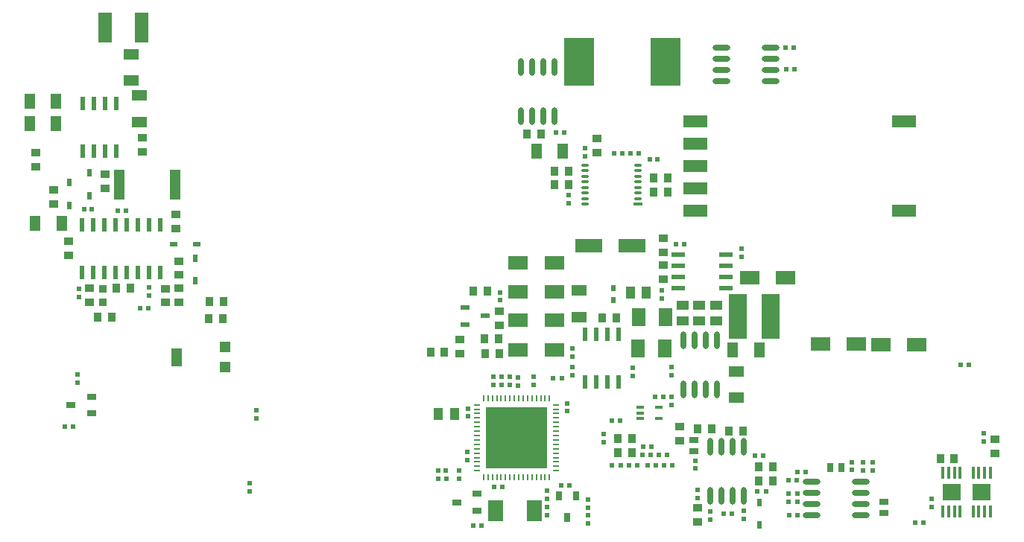
<source format=gtp>
G04 Layer_Color=8421504*
%FSLAX25Y25*%
%MOIN*%
G70*
G01*
G75*
%ADD10R,0.02441X0.02284*%
%ADD11R,0.02284X0.02441*%
%ADD12R,0.05118X0.07874*%
%ADD13R,0.05118X0.05118*%
%ADD14R,0.03740X0.03740*%
%ADD16R,0.04134X0.02559*%
%ADD17R,0.03543X0.03937*%
%ADD18R,0.03937X0.03543*%
%ADD19R,0.02441X0.02441*%
%ADD20R,0.04528X0.07087*%
%ADD21R,0.07087X0.04528*%
%ADD22R,0.04016X0.03150*%
%ADD23R,0.03740X0.03937*%
%ADD24R,0.04134X0.05512*%
%ADD25R,0.08661X0.06102*%
%ADD26R,0.27756X0.27756*%
%ADD27O,0.03150X0.00906*%
%ADD28O,0.00906X0.03150*%
%ADD29R,0.06102X0.02362*%
%ADD30R,0.05905X0.08071*%
%ADD31R,0.02441X0.02441*%
%ADD32R,0.12402X0.06299*%
%ADD33O,0.08000X0.02400*%
%ADD35R,0.05905X0.13780*%
%ADD36R,0.03937X0.03740*%
%ADD37R,0.01968X0.03543*%
%ADD38R,0.02362X0.06102*%
%ADD39R,0.04134X0.02362*%
%ADD40R,0.02441X0.02362*%
%ADD41R,0.01772X0.05512*%
%ADD42R,0.07874X0.07283*%
%ADD43R,0.03150X0.04016*%
%ADD44O,0.02400X0.08000*%
%ADD45R,0.10827X0.05512*%
%ADD46R,0.05118X0.13780*%
%ADD47R,0.13780X0.21260*%
%ADD48R,0.05512X0.04134*%
%ADD49R,0.02559X0.04134*%
%ADD50R,0.06693X0.09449*%
%ADD51R,0.08465X0.20276*%
%ADD52O,0.03937X0.01181*%
%ADD53R,0.03937X0.01181*%
%ADD54R,0.03543X0.01968*%
%ADD55R,0.01968X0.02953*%
%ADD56R,0.03543X0.01575*%
%ADD57R,0.07087X0.04528*%
D10*
X198000Y54250D02*
D03*
Y57950D02*
D03*
X25900Y97850D02*
D03*
Y94150D02*
D03*
X229300Y32400D02*
D03*
Y28699D02*
D03*
X215300Y66800D02*
D03*
Y70501D02*
D03*
X70900Y10150D02*
D03*
Y6450D02*
D03*
X315800Y5550D02*
D03*
Y1850D02*
D03*
X311800Y1999D02*
D03*
Y5700D02*
D03*
X164443Y12146D02*
D03*
Y15846D02*
D03*
X74000Y39299D02*
D03*
Y43000D02*
D03*
X190900Y53950D02*
D03*
Y57650D02*
D03*
X187300Y54100D02*
D03*
Y57801D02*
D03*
X183600Y54100D02*
D03*
Y57801D02*
D03*
X179900Y54100D02*
D03*
Y57801D02*
D03*
X349700Y15950D02*
D03*
Y19650D02*
D03*
X213500Y135550D02*
D03*
Y139250D02*
D03*
X276900Y-6001D02*
D03*
Y-2300D02*
D03*
X271200Y7250D02*
D03*
Y3550D02*
D03*
X220900Y160350D02*
D03*
Y156650D02*
D03*
X255300Y96650D02*
D03*
Y92950D02*
D03*
X215300Y58450D02*
D03*
Y62150D02*
D03*
X399300Y28850D02*
D03*
Y32550D02*
D03*
X376000Y-301D02*
D03*
Y3400D02*
D03*
D11*
X210450Y57200D02*
D03*
X206750D02*
D03*
X25750Y88600D02*
D03*
X22050D02*
D03*
X392550Y63200D02*
D03*
X388850D02*
D03*
X255917Y48959D02*
D03*
X252216D02*
D03*
X208050Y167400D02*
D03*
X211750D02*
D03*
X310700Y205300D02*
D03*
X314401D02*
D03*
X311050Y195600D02*
D03*
X314750D02*
D03*
X237650Y158000D02*
D03*
X233950D02*
D03*
X241400Y157900D02*
D03*
X245101D02*
D03*
X298099Y6500D02*
D03*
X301800D02*
D03*
X319700Y15200D02*
D03*
X315999D02*
D03*
X315750Y11500D02*
D03*
X312050D02*
D03*
X253800Y22800D02*
D03*
X257501D02*
D03*
X232800Y38300D02*
D03*
X236501D02*
D03*
X240699Y18300D02*
D03*
X244400D02*
D03*
X259900Y18100D02*
D03*
X256199D02*
D03*
X252550Y18200D02*
D03*
X248850D02*
D03*
X236800Y18400D02*
D03*
X233099D02*
D03*
X-11811Y35433D02*
D03*
X-8110D02*
D03*
X372400Y-7400D02*
D03*
X368699D02*
D03*
X250400Y22900D02*
D03*
X246699D02*
D03*
X250500Y26700D02*
D03*
X246799D02*
D03*
X282984Y-3470D02*
D03*
X286685D02*
D03*
X300750Y22600D02*
D03*
X297050D02*
D03*
X261550Y117400D02*
D03*
X265250D02*
D03*
X158900Y12100D02*
D03*
X155199D02*
D03*
D12*
X38173Y66700D02*
D03*
D13*
X59827Y71228D02*
D03*
Y62172D02*
D03*
D14*
X5300Y91298D02*
D03*
Y97203D02*
D03*
D16*
X-8929Y45216D02*
D03*
X126Y48956D02*
D03*
Y41476D02*
D03*
X172628Y-2040D02*
D03*
Y5440D02*
D03*
X163572Y1700D02*
D03*
D17*
X207350Y150000D02*
D03*
X213650D02*
D03*
X176150Y68100D02*
D03*
X182450D02*
D03*
X271350Y34700D02*
D03*
X277650D02*
D03*
X59399Y91600D02*
D03*
X53100D02*
D03*
X176050Y75000D02*
D03*
X182350D02*
D03*
X304999Y17500D02*
D03*
X298700D02*
D03*
X151801Y69000D02*
D03*
X158100D02*
D03*
X177400Y96200D02*
D03*
X171101D02*
D03*
X17592Y97625D02*
D03*
X11293D02*
D03*
X9250Y84700D02*
D03*
X2950D02*
D03*
D18*
X39200Y109750D02*
D03*
Y103450D02*
D03*
X33200Y91100D02*
D03*
Y97399D02*
D03*
X-10000Y112200D02*
D03*
Y118499D02*
D03*
X23000Y165050D02*
D03*
Y158750D02*
D03*
X164800Y74550D02*
D03*
Y68250D02*
D03*
X-24816Y151981D02*
D03*
Y158280D02*
D03*
X37800Y130599D02*
D03*
Y124300D02*
D03*
X6200Y142250D02*
D03*
Y148550D02*
D03*
X-16700Y135150D02*
D03*
Y141450D02*
D03*
X255900Y107950D02*
D03*
Y101650D02*
D03*
D19*
X203900Y3328D02*
D03*
Y6872D02*
D03*
X290900Y115243D02*
D03*
Y111700D02*
D03*
X270300Y16828D02*
D03*
Y20372D02*
D03*
X259700Y62243D02*
D03*
Y58700D02*
D03*
X340400Y19672D02*
D03*
Y16128D02*
D03*
X345200Y19572D02*
D03*
Y16028D02*
D03*
X203800Y-428D02*
D03*
Y-3972D02*
D03*
X-5500Y97272D02*
D03*
Y93728D02*
D03*
X259500Y48872D02*
D03*
Y45328D02*
D03*
X212900Y45972D02*
D03*
Y42428D02*
D03*
X168500Y40128D02*
D03*
Y43672D02*
D03*
X168300Y20728D02*
D03*
Y24272D02*
D03*
X182900Y95743D02*
D03*
Y92200D02*
D03*
X242200Y58228D02*
D03*
Y61772D02*
D03*
X-5906Y55315D02*
D03*
Y58858D02*
D03*
X222400Y-7772D02*
D03*
Y-4228D02*
D03*
X291900Y-5600D02*
D03*
Y-2057D02*
D03*
D20*
X-13100Y126600D02*
D03*
X-24911D02*
D03*
X287094Y69800D02*
D03*
X298905D02*
D03*
X-15748Y171260D02*
D03*
X-27559D02*
D03*
X211005Y158800D02*
D03*
X199195D02*
D03*
X-15748Y181102D02*
D03*
X-27559D02*
D03*
D21*
X218400Y84700D02*
D03*
Y96511D02*
D03*
X288600Y60300D02*
D03*
Y48489D02*
D03*
D22*
X354600Y2018D02*
D03*
Y-3100D02*
D03*
X269500Y24582D02*
D03*
Y29700D02*
D03*
D23*
X228650Y84400D02*
D03*
X234950D02*
D03*
X207350Y144000D02*
D03*
X213650D02*
D03*
X298550Y11400D02*
D03*
X304850D02*
D03*
X52500Y83800D02*
D03*
X58799D02*
D03*
X194850Y166600D02*
D03*
X201150D02*
D03*
X251500Y140500D02*
D03*
X257799D02*
D03*
X257999Y146800D02*
D03*
X251700D02*
D03*
X291650Y33700D02*
D03*
X285350D02*
D03*
X241999Y30200D02*
D03*
X235700D02*
D03*
X241850Y23800D02*
D03*
X235550D02*
D03*
X386099Y21400D02*
D03*
X379800D02*
D03*
D24*
X248400Y95600D02*
D03*
X241313D02*
D03*
X155400Y41200D02*
D03*
X162487D02*
D03*
D25*
X310642Y102200D02*
D03*
X294500D02*
D03*
X191029Y83100D02*
D03*
X207171D02*
D03*
X191029Y69900D02*
D03*
X207171D02*
D03*
X207171Y95900D02*
D03*
X191029D02*
D03*
X207171Y108800D02*
D03*
X191029D02*
D03*
X353229Y72400D02*
D03*
X369371D02*
D03*
X326129Y72500D02*
D03*
X342271D02*
D03*
D26*
X190300Y30600D02*
D03*
D27*
X208016Y15836D02*
D03*
Y17805D02*
D03*
Y19773D02*
D03*
Y21742D02*
D03*
Y23710D02*
D03*
Y25679D02*
D03*
Y27647D02*
D03*
Y29616D02*
D03*
Y31584D02*
D03*
Y33553D02*
D03*
Y35521D02*
D03*
Y37490D02*
D03*
Y39458D02*
D03*
Y41427D02*
D03*
Y43395D02*
D03*
Y45364D02*
D03*
X172583D02*
D03*
Y43395D02*
D03*
Y41427D02*
D03*
Y39458D02*
D03*
Y37490D02*
D03*
Y35521D02*
D03*
Y33553D02*
D03*
Y31584D02*
D03*
Y29616D02*
D03*
Y27647D02*
D03*
Y25679D02*
D03*
Y23710D02*
D03*
Y21742D02*
D03*
Y19773D02*
D03*
Y17805D02*
D03*
Y15836D02*
D03*
D28*
X205064Y48316D02*
D03*
X203095D02*
D03*
X201127D02*
D03*
X199158D02*
D03*
X197190D02*
D03*
X195221D02*
D03*
X193253D02*
D03*
X191284D02*
D03*
X189316D02*
D03*
X187347D02*
D03*
X185379D02*
D03*
X183410D02*
D03*
X181442D02*
D03*
X179473D02*
D03*
X177505D02*
D03*
X175536D02*
D03*
Y12883D02*
D03*
X177505D02*
D03*
X179473D02*
D03*
X181442D02*
D03*
X183410D02*
D03*
X185379D02*
D03*
X187347D02*
D03*
X189316D02*
D03*
X191284D02*
D03*
X193253D02*
D03*
X195221D02*
D03*
X197190D02*
D03*
X199158D02*
D03*
X201127D02*
D03*
X203095D02*
D03*
X205064D02*
D03*
D29*
X283830Y97700D02*
D03*
Y102700D02*
D03*
Y107700D02*
D03*
Y112700D02*
D03*
X262570Y97700D02*
D03*
Y102700D02*
D03*
Y107700D02*
D03*
Y112700D02*
D03*
D30*
X256505Y70700D02*
D03*
X244694D02*
D03*
X245100Y84500D02*
D03*
X256911D02*
D03*
D31*
X12028Y132300D02*
D03*
X15572D02*
D03*
X400Y133000D02*
D03*
X-3143D02*
D03*
X249857Y155400D02*
D03*
X253400D02*
D03*
X170928Y-8600D02*
D03*
X174472D02*
D03*
X155128Y16000D02*
D03*
X158672D02*
D03*
X312428Y-4100D02*
D03*
X315972D02*
D03*
X183872Y8600D02*
D03*
X180328D02*
D03*
X213943Y9400D02*
D03*
X210400D02*
D03*
D32*
X241946Y116600D02*
D03*
X222654D02*
D03*
D33*
X304100Y190100D02*
D03*
X282100Y205100D02*
D03*
Y190100D02*
D03*
X304100Y205100D02*
D03*
Y200100D02*
D03*
Y195100D02*
D03*
X282100Y200100D02*
D03*
Y195100D02*
D03*
X344330Y-3935D02*
D03*
X322330Y11065D02*
D03*
Y-3935D02*
D03*
X344330Y11065D02*
D03*
Y6065D02*
D03*
Y1065D02*
D03*
X322330Y6065D02*
D03*
Y1065D02*
D03*
D35*
X22542Y214100D02*
D03*
X6400D02*
D03*
D36*
X182600Y87300D02*
D03*
Y81001D02*
D03*
X263400Y35650D02*
D03*
Y29350D02*
D03*
X404400Y30050D02*
D03*
Y23750D02*
D03*
X255900Y119850D02*
D03*
Y113550D02*
D03*
X226378Y158268D02*
D03*
Y164567D02*
D03*
X39300Y97650D02*
D03*
Y91350D02*
D03*
X-600Y91250D02*
D03*
Y97550D02*
D03*
X271400Y-6950D02*
D03*
Y-650D02*
D03*
D37*
X298900Y-8518D02*
D03*
Y1718D02*
D03*
X-9800Y144918D02*
D03*
Y134682D02*
D03*
X46700Y100764D02*
D03*
Y111000D02*
D03*
X-800Y149318D02*
D03*
Y139082D02*
D03*
D38*
X-3700Y158870D02*
D03*
X1300D02*
D03*
X6300D02*
D03*
X11300D02*
D03*
X-3700Y180130D02*
D03*
X1300D02*
D03*
X6300D02*
D03*
X11300D02*
D03*
X-4100Y125930D02*
D03*
X900D02*
D03*
X30900Y104670D02*
D03*
Y125930D02*
D03*
X25900D02*
D03*
X20900D02*
D03*
X15900D02*
D03*
X10900D02*
D03*
X5900D02*
D03*
X25900Y104670D02*
D03*
X20900D02*
D03*
X15900D02*
D03*
X10900D02*
D03*
X5900D02*
D03*
X900D02*
D03*
X-4100D02*
D03*
X235800Y76860D02*
D03*
X230800D02*
D03*
X225800D02*
D03*
X220800D02*
D03*
X235800Y55600D02*
D03*
X230800D02*
D03*
X225800D02*
D03*
X220800D02*
D03*
D39*
X167145Y88840D02*
D03*
Y81360D02*
D03*
X176200Y85100D02*
D03*
D40*
X222400Y2922D02*
D03*
Y-700D02*
D03*
D41*
X394461Y-2261D02*
D03*
X397021D02*
D03*
X399580D02*
D03*
X402139D02*
D03*
Y15061D02*
D03*
X399580D02*
D03*
X397021D02*
D03*
X394461D02*
D03*
X381061D02*
D03*
X383621D02*
D03*
X386179D02*
D03*
X388739D02*
D03*
Y-2261D02*
D03*
X386179D02*
D03*
X383621D02*
D03*
X381061D02*
D03*
D42*
X398300Y6400D02*
D03*
X384900D02*
D03*
D43*
X330641Y17300D02*
D03*
X335759D02*
D03*
D44*
X192200Y174500D02*
D03*
X207200Y196500D02*
D03*
X192200D02*
D03*
X207200Y174500D02*
D03*
X202200D02*
D03*
X197200D02*
D03*
X202200Y196500D02*
D03*
X197200D02*
D03*
X291835Y26530D02*
D03*
X276835Y4530D02*
D03*
X291835D02*
D03*
X276835Y26530D02*
D03*
X281835D02*
D03*
X286835D02*
D03*
X281835Y4530D02*
D03*
X286835D02*
D03*
X270100Y74300D02*
D03*
X275100D02*
D03*
X270100Y52300D02*
D03*
X275100D02*
D03*
X280100D02*
D03*
X265100Y74300D02*
D03*
X280100D02*
D03*
X265100Y52300D02*
D03*
D45*
X270248Y172300D02*
D03*
Y162300D02*
D03*
Y152300D02*
D03*
Y142300D02*
D03*
Y132300D02*
D03*
X363752D02*
D03*
Y172300D02*
D03*
D46*
X37503Y143800D02*
D03*
X12700D02*
D03*
D47*
X218417Y199000D02*
D03*
X257000D02*
D03*
D48*
X264481Y90043D02*
D03*
Y82957D02*
D03*
X279481Y90043D02*
D03*
Y82957D02*
D03*
X272081Y89987D02*
D03*
Y82900D02*
D03*
D49*
X216832Y4510D02*
D03*
X209352D02*
D03*
X213092Y-4939D02*
D03*
D50*
X180839Y-2200D02*
D03*
X198161D02*
D03*
D51*
X289200Y85000D02*
D03*
X303800D02*
D03*
D52*
X220987Y152667D02*
D03*
Y150167D02*
D03*
Y147667D02*
D03*
Y145167D02*
D03*
Y142667D02*
D03*
Y140167D02*
D03*
Y137667D02*
D03*
Y135167D02*
D03*
X244609Y152667D02*
D03*
Y150167D02*
D03*
Y147667D02*
D03*
Y145167D02*
D03*
Y142667D02*
D03*
Y140167D02*
D03*
Y137667D02*
D03*
D53*
Y135167D02*
D03*
D54*
X36964Y117400D02*
D03*
X47200D02*
D03*
D55*
X233700Y92100D02*
D03*
Y97612D02*
D03*
D56*
X245532Y44318D02*
D03*
Y41759D02*
D03*
Y39200D02*
D03*
X253800D02*
D03*
Y44318D02*
D03*
D57*
X21600Y171994D02*
D03*
Y183806D02*
D03*
X17900Y190606D02*
D03*
Y202417D02*
D03*
M02*

</source>
